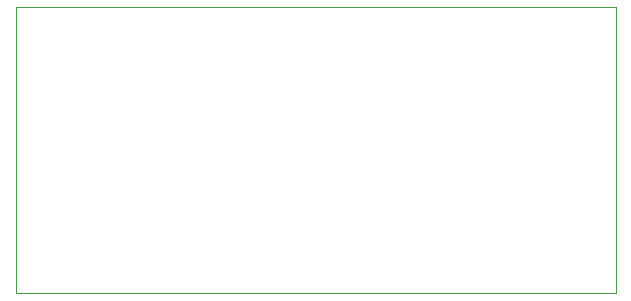
<source format=gbr>
%TF.GenerationSoftware,KiCad,Pcbnew,7.0.6*%
%TF.CreationDate,2024-04-30T21:30:12+02:00*%
%TF.ProjectId,F_Board_V1.1,465f426f-6172-4645-9f56-312e312e6b69,rev?*%
%TF.SameCoordinates,Original*%
%TF.FileFunction,Profile,NP*%
%FSLAX46Y46*%
G04 Gerber Fmt 4.6, Leading zero omitted, Abs format (unit mm)*
G04 Created by KiCad (PCBNEW 7.0.6) date 2024-04-30 21:30:12*
%MOMM*%
%LPD*%
G01*
G04 APERTURE LIST*
%TA.AperFunction,Profile*%
%ADD10C,0.100000*%
%TD*%
G04 APERTURE END LIST*
D10*
X140400000Y-79600000D02*
X191200000Y-79600000D01*
X191200000Y-103800000D01*
X140400000Y-103800000D01*
X140400000Y-79600000D01*
M02*

</source>
